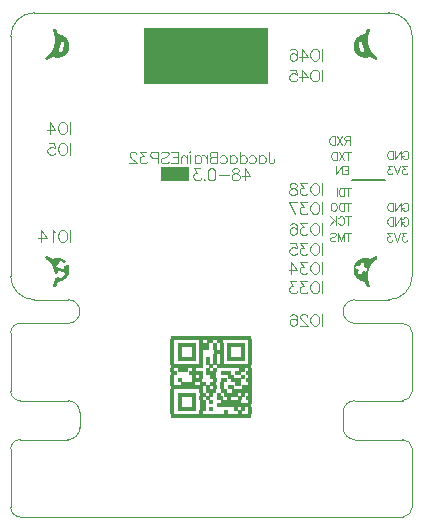
<source format=gbo>
G04*
G04 #@! TF.GenerationSoftware,Altium Limited,Altium Designer,21.6.1 (37)*
G04*
G04 Layer_Color=32896*
%FSAX25Y25*%
%MOIN*%
G70*
G04*
G04 #@! TF.SameCoordinates,2A6196F6-AC41-4C62-9EE7-3AB2130DBF51*
G04*
G04*
G04 #@! TF.FilePolarity,Positive*
G04*
G01*
G75*
%ADD12C,0.00394*%
%ADD15C,0.00787*%
%ADD100R,0.27165X0.01181*%
%ADD101R,0.01181X0.01181*%
%ADD102R,0.01181X0.01181*%
%ADD103R,0.01181X0.01181*%
%ADD104R,0.11811X0.01181*%
%ADD105R,0.03543X0.01181*%
%ADD106R,0.02362X0.01181*%
%ADD107R,0.05906X0.01181*%
%ADD108R,0.07087X0.01181*%
%ADD109R,0.02362X0.01181*%
%ADD110R,0.02362X0.01181*%
%ADD111R,0.04724X0.01181*%
%ADD112R,0.10630X0.01181*%
%ADD113R,0.07087X0.01181*%
%ADD114R,0.03543X0.01181*%
%ADD115R,0.04724X0.01181*%
%ADD116R,0.01181X0.01181*%
%ADD117R,0.03543X0.01181*%
%ADD118R,0.02362X0.01181*%
%ADD119R,0.05906X0.01181*%
%ADD120R,0.05906X0.01181*%
%ADD121R,0.10630X0.01181*%
%ADD122R,0.11811X0.01181*%
%ADD123R,0.41459X0.18504*%
%ADD124R,0.09547X0.04823*%
G36*
X-0054854Y0086953D02*
X-0054791Y0086959D01*
X-0054727Y0086958D01*
X-0054664Y0086949D01*
X-0054603Y0086934D01*
X-0054544Y0086912D01*
X-0054487Y0086884D01*
X-0054446Y0086857D01*
X-0054446Y0086857D01*
X-0054446Y0086857D01*
X-0054400Y0086825D01*
X-0054196Y0086675D01*
X-0053997Y0086520D01*
Y0086520D01*
X-0053997Y0086519D01*
X-0053994Y0086517D01*
X-0053994Y0086517D01*
X-0053941Y0086475D01*
X-0053843Y0086405D01*
X-0053740Y0086342D01*
X-0053634Y0086285D01*
X-0053525Y0086234D01*
X-0053412Y0086190D01*
X-0053298Y0086153D01*
X-0053181Y0086123D01*
X-0053063Y0086100D01*
X-0052943Y0086085D01*
X-0052823Y0086076D01*
X-0052703Y0086075D01*
X-0052582Y0086081D01*
X-0052463Y0086094D01*
X-0052344Y0086115D01*
X-0052243Y0086138D01*
X-0052243Y0086138D01*
X-0052110Y0086171D01*
X-0051943Y0086204D01*
X-0051774Y0086230D01*
X-0051604Y0086249D01*
X-0051434Y0086260D01*
X-0051263Y0086264D01*
X-0051093Y0086260D01*
X-0050923Y0086249D01*
X-0050753Y0086230D01*
X-0050584Y0086204D01*
X-0050417Y0086171D01*
X-0050251Y0086130D01*
X-0050087Y0086083D01*
X-0049926Y0086028D01*
X-0049766Y0085966D01*
X-0049610Y0085897D01*
X-0049457Y0085822D01*
X-0049308Y0085739D01*
X-0049162Y0085651D01*
X-0049020Y0085556D01*
X-0048882Y0085455D01*
X-0048749Y0085348D01*
X-0048621Y0085236D01*
X-0048497Y0085118D01*
X-0048379Y0084995D01*
X-0048372Y0084986D01*
X-0049634Y0084648D01*
X-0049831Y0085384D01*
X-0049831Y0085384D01*
X-0049843Y0085417D01*
X-0049859Y0085448D01*
X-0049881Y0085476D01*
X-0049906Y0085500D01*
X-0049935Y0085519D01*
X-0049966Y0085535D01*
X-0050000Y0085545D01*
X-0050034Y0085549D01*
X-0050069Y0085548D01*
X-0050104Y0085542D01*
X-0050137Y0085530D01*
X-0050167Y0085514D01*
X-0050195Y0085492D01*
X-0050219Y0085467D01*
X-0050221Y0085464D01*
X-0050221Y0085464D01*
X-0051639Y0083659D01*
X-0051639Y0083659D01*
X-0051657Y0083633D01*
X-0051672Y0083601D01*
X-0051682Y0083568D01*
X-0051687Y0083533D01*
X-0051686Y0083498D01*
X-0051679Y0083464D01*
X-0051668Y0083431D01*
X-0051651Y0083400D01*
X-0051630Y0083373D01*
X-0051604Y0083349D01*
X-0051576Y0083329D01*
X-0051548Y0083315D01*
X-0051547Y0083315D01*
X-0049416Y0082459D01*
X-0049415Y0082459D01*
X-0049413Y0082457D01*
X-0049379Y0082447D01*
X-0049344Y0082443D01*
X-0049309Y0082443D01*
X-0049275Y0082450D01*
X-0049242Y0082462D01*
X-0049211Y0082478D01*
X-0049184Y0082499D01*
X-0049160Y0082525D01*
X-0049140Y0082553D01*
X-0049125Y0082585D01*
X-0049115Y0082618D01*
X-0049110Y0082653D01*
X-0049111Y0082688D01*
X-0049118Y0082722D01*
X-0049118Y0082722D01*
X-0049315Y0083458D01*
X-0047671Y0083899D01*
X-0047649Y0083849D01*
X-0047587Y0083690D01*
X-0047533Y0083528D01*
X-0047485Y0083364D01*
X-0047444Y0083198D01*
X-0047411Y0083031D01*
X-0047385Y0082862D01*
X-0047366Y0082693D01*
X-0047355Y0082522D01*
X-0047352Y0082352D01*
X-0047355Y0082181D01*
X-0047366Y0082011D01*
X-0047385Y0081841D01*
X-0047411Y0081672D01*
X-0047444Y0081505D01*
X-0047485Y0081339D01*
X-0047533Y0081175D01*
X-0047587Y0081014D01*
X-0047649Y0080855D01*
X-0047718Y0080699D01*
X-0047793Y0080545D01*
X-0047876Y0080396D01*
X-0047964Y0080250D01*
X-0048059Y0080108D01*
X-0048160Y0079970D01*
X-0048267Y0079837D01*
X-0048379Y0079709D01*
X-0048497Y0079586D01*
X-0048621Y0079467D01*
X-0048749Y0079355D01*
X-0048882Y0079248D01*
X-0049020Y0079147D01*
X-0049162Y0079052D01*
X-0049308Y0078964D01*
X-0049457Y0078882D01*
X-0049610Y0078806D01*
X-0049766Y0078737D01*
X-0049926Y0078676D01*
X-0050087Y0078621D01*
X-0050222Y0078582D01*
X-0050222Y0078581D01*
X-0050222D01*
Y0078581D01*
X-0050323Y0078551D01*
X-0050436Y0078509D01*
X-0050546Y0078461D01*
X-0050653Y0078406D01*
X-0050757Y0078345D01*
X-0050857Y0078277D01*
X-0050953Y0078204D01*
X-0051044Y0078125D01*
X-0051130Y0078041D01*
X-0051210Y0077952D01*
X-0051286Y0077857D01*
X-0051355Y0077759D01*
X-0051419Y0077657D01*
X-0051476Y0077550D01*
X-0051526Y0077441D01*
X-0051550Y0077380D01*
X-0051550Y0077379D01*
X-0051552Y0077376D01*
X-0051552Y0077376D01*
X-0051643Y0077148D01*
X-0051745Y0076917D01*
X-0051769Y0076866D01*
X-0051768Y0076866D01*
X-0051769Y0076866D01*
X-0051791Y0076823D01*
X-0051826Y0076770D01*
X-0051866Y0076721D01*
X-0051911Y0076678D01*
X-0051961Y0076639D01*
X-0052015Y0076607D01*
X-0052073Y0076580D01*
X-0052133Y0076560D01*
X-0052194Y0076548D01*
X-0052257Y0076542D01*
X-0052320Y0076543D01*
X-0052383Y0076551D01*
X-0052444Y0076566D01*
X-0052503Y0076588D01*
X-0052560Y0076617D01*
X-0052612Y0076651D01*
X-0052661Y0076692D01*
X-0052705Y0076737D01*
X-0052743Y0076787D01*
X-0052776Y0076841D01*
X-0052802Y0076898D01*
X-0052822Y0076958D01*
X-0052834Y0077020D01*
X-0052840Y0077083D01*
X-0052839Y0077146D01*
X-0052831Y0077209D01*
X-0052816Y0077270D01*
X-0052794Y0077329D01*
X-0052788Y0077341D01*
X-0052788Y0077342D01*
X-0052788Y0077342D01*
X-0052756Y0077410D01*
X-0052666Y0077617D01*
X-0052583Y0077828D01*
X-0052506Y0078041D01*
X-0052437Y0078256D01*
X-0052375Y0078474D01*
X-0052320Y0078694D01*
X-0052272Y0078915D01*
X-0052232Y0079137D01*
X-0052199Y0079361D01*
X-0052173Y0079586D01*
X-0052168Y0079646D01*
X-0050776Y0080019D01*
X-0050579Y0079283D01*
X-0050579Y0079283D01*
X-0050567Y0079250D01*
X-0050550Y0079220D01*
X-0050529Y0079192D01*
X-0050504Y0079168D01*
X-0050475Y0079148D01*
X-0050444Y0079133D01*
X-0050410Y0079123D01*
X-0050375Y0079119D01*
X-0050340Y0079119D01*
X-0050306Y0079126D01*
X-0050273Y0079137D01*
X-0050243Y0079154D01*
X-0050215Y0079175D01*
X-0050191Y0079201D01*
X-0050189Y0079203D01*
X-0050189Y0079203D01*
X-0048771Y0081009D01*
X-0048770Y0081009D01*
X-0048753Y0081035D01*
X-0048738Y0081066D01*
X-0048728Y0081100D01*
X-0048723Y0081134D01*
X-0048724Y0081169D01*
X-0048730Y0081204D01*
X-0048742Y0081236D01*
X-0048759Y0081267D01*
X-0048780Y0081295D01*
X-0048805Y0081319D01*
X-0048834Y0081339D01*
X-0048862Y0081352D01*
X-0048862Y0081352D01*
X-0050994Y0082209D01*
X-0050994Y0082209D01*
X-0050997Y0082210D01*
X-0051031Y0082220D01*
X-0051065Y0082225D01*
X-0051100Y0082224D01*
X-0051135Y0082218D01*
X-0051168Y0082206D01*
X-0051198Y0082189D01*
X-0051226Y0082168D01*
X-0051250Y0082143D01*
X-0051270Y0082114D01*
X-0051285Y0082082D01*
X-0051295Y0082049D01*
X-0051299Y0082014D01*
X-0051298Y0081979D01*
X-0051292Y0081945D01*
X-0051292Y0081945D01*
X-0051095Y0081209D01*
X-0052171Y0080921D01*
X-0052173Y0080942D01*
X-0052199Y0081167D01*
X-0052232Y0081391D01*
X-0052272Y0081613D01*
X-0052320Y0081834D01*
X-0052375Y0082054D01*
X-0052437Y0082271D01*
X-0052506Y0082487D01*
X-0052583Y0082700D01*
X-0052666Y0082911D01*
X-0052756Y0083118D01*
X-0052853Y0083323D01*
X-0052956Y0083524D01*
X-0053066Y0083722D01*
X-0053182Y0083916D01*
X-0053305Y0084106D01*
X-0053434Y0084292D01*
X-0053569Y0084474D01*
X-0053709Y0084651D01*
X-0053856Y0084824D01*
X-0054008Y0084991D01*
X-0054165Y0085154D01*
X-0054328Y0085312D01*
X-0054495Y0085463D01*
X-0054668Y0085610D01*
X-0054845Y0085751D01*
X-0055027Y0085885D01*
X-0055092Y0085931D01*
X-0055093Y0085931D01*
X-0055093Y0085932D01*
X-0055105Y0085940D01*
X-0055154Y0085980D01*
X-0055198Y0086026D01*
X-0055236Y0086076D01*
X-0055269Y0086130D01*
X-0055295Y0086188D01*
X-0055315Y0086248D01*
X-0055328Y0086310D01*
X-0055334Y0086373D01*
X-0055333Y0086436D01*
X-0055325Y0086499D01*
X-0055309Y0086561D01*
X-0055287Y0086620D01*
X-0055259Y0086677D01*
X-0055224Y0086730D01*
X-0055184Y0086779D01*
X-0055138Y0086823D01*
X-0055088Y0086861D01*
X-0055033Y0086894D01*
X-0054976Y0086920D01*
X-0054916Y0086940D01*
X-0054854Y0086953D01*
D02*
G37*
G36*
X-0052804Y0162377D02*
X-0052778Y0162434D01*
X-0052745Y0162488D01*
X-0052707Y0162539D01*
X-0052663Y0162584D01*
X-0052614Y0162625D01*
X-0052561Y0162660D01*
X-0052504Y0162688D01*
X-0052445Y0162710D01*
X-0052384Y0162725D01*
X-0052321Y0162734D01*
X-0052257Y0162735D01*
X-0052194Y0162729D01*
X-0052132Y0162716D01*
X-0052072Y0162696D01*
X-0052014Y0162670D01*
X-0051960Y0162637D01*
X-0051910Y0162598D01*
X-0051864Y0162555D01*
X-0051824Y0162506D01*
X-0051789Y0162453D01*
X-0051767Y0162409D01*
X-0051767Y0162409D01*
X-0051767Y0162409D01*
X-0051743Y0162358D01*
X-0051641Y0162127D01*
X-0051547Y0161893D01*
X-0051547Y0161893D01*
X-0051547Y0161892D01*
X-0051546Y0161889D01*
X-0051546Y0161888D01*
X-0051521Y0161825D01*
X-0051470Y0161716D01*
X-0051413Y0161610D01*
X-0051350Y0161507D01*
X-0051280Y0161409D01*
X-0051205Y0161315D01*
X-0051124Y0161225D01*
X-0051038Y0161141D01*
X-0050947Y0161062D01*
X-0050852Y0160989D01*
X-0050752Y0160922D01*
X-0050648Y0160860D01*
X-0050541Y0160805D01*
X-0050431Y0160757D01*
X-0050318Y0160715D01*
X-0050219Y0160686D01*
X-0050219Y0160685D01*
X-0050087Y0160647D01*
X-0049926Y0160592D01*
X-0049766Y0160530D01*
X-0049610Y0160462D01*
X-0049457Y0160386D01*
X-0049308Y0160304D01*
X-0049162Y0160215D01*
X-0049020Y0160121D01*
X-0048882Y0160020D01*
X-0048749Y0159913D01*
X-0048621Y0159800D01*
X-0048497Y0159682D01*
X-0048379Y0159559D01*
X-0048267Y0159431D01*
X-0048160Y0159298D01*
X-0048059Y0159160D01*
X-0047964Y0159018D01*
X-0047876Y0158872D01*
X-0047793Y0158722D01*
X-0047718Y0158569D01*
X-0047649Y0158413D01*
X-0047587Y0158254D01*
X-0047533Y0158092D01*
X-0047485Y0157929D01*
X-0047444Y0157763D01*
X-0047411Y0157596D01*
X-0047385Y0157427D01*
X-0047366Y0157257D01*
X-0047355Y0157087D01*
X-0047352Y0156916D01*
X-0047355Y0156746D01*
X-0047366Y0156575D01*
X-0047385Y0156406D01*
X-0047411Y0156237D01*
X-0047444Y0156070D01*
X-0047485Y0155904D01*
X-0047533Y0155740D01*
X-0047587Y0155578D01*
X-0047649Y0155419D01*
X-0047718Y0155263D01*
X-0047793Y0155110D01*
X-0047876Y0154960D01*
X-0047964Y0154814D01*
X-0048059Y0154672D01*
X-0048160Y0154535D01*
X-0048267Y0154402D01*
X-0048379Y0154273D01*
X-0048497Y0154150D01*
X-0048621Y0154032D01*
X-0048749Y0153919D01*
X-0048882Y0153813D01*
X-0049020Y0153712D01*
X-0049162Y0153617D01*
X-0049308Y0153528D01*
X-0049457Y0153446D01*
X-0049610Y0153371D01*
X-0049766Y0153302D01*
X-0049926Y0153240D01*
X-0050087Y0153185D01*
X-0050251Y0153138D01*
X-0050417Y0153097D01*
X-0050584Y0153064D01*
X-0050753Y0153038D01*
X-0050923Y0153019D01*
X-0051093Y0153008D01*
X-0051263Y0153004D01*
X-0051434Y0153008D01*
X-0051604Y0153019D01*
X-0051774Y0153038D01*
X-0051943Y0153064D01*
X-0052110Y0153097D01*
X-0052247Y0153130D01*
X-0052247Y0153130D01*
X-0052349Y0153154D01*
X-0052468Y0153175D01*
X-0052588Y0153188D01*
X-0052708Y0153194D01*
X-0052828Y0153193D01*
X-0052949Y0153185D01*
X-0053068Y0153169D01*
X-0053186Y0153146D01*
X-0053303Y0153116D01*
X-0053418Y0153079D01*
X-0053530Y0153035D01*
X-0053639Y0152985D01*
X-0053745Y0152927D01*
X-0053848Y0152864D01*
X-0053946Y0152795D01*
X-0053998Y0152754D01*
X-0053998Y0152753D01*
X-0054001Y0152751D01*
X-0054001Y0152751D01*
X-0054194Y0152600D01*
X-0054397Y0152450D01*
X-0054444Y0152418D01*
X-0054444Y0152418D01*
Y0152418D01*
X-0054444Y0152418D01*
X-0054485Y0152392D01*
X-0054541Y0152363D01*
X-0054600Y0152341D01*
X-0054662Y0152326D01*
X-0054724Y0152318D01*
X-0054787Y0152317D01*
X-0054850Y0152322D01*
X-0054912Y0152335D01*
X-0054972Y0152355D01*
X-0055029Y0152381D01*
X-0055083Y0152414D01*
X-0055133Y0152452D01*
X-0055179Y0152496D01*
X-0055219Y0152545D01*
X-0055253Y0152597D01*
X-0055282Y0152654D01*
X-0055304Y0152713D01*
X-0055319Y0152774D01*
X-0055327Y0152837D01*
X-0055328Y0152900D01*
X-0055322Y0152963D01*
X-0055310Y0153024D01*
X-0055290Y0153084D01*
X-0055264Y0153142D01*
X-0055231Y0153196D01*
X-0055193Y0153246D01*
X-0055149Y0153291D01*
X-0055100Y0153331D01*
X-0055089Y0153339D01*
X-0055089Y0153340D01*
X-0055089Y0153340D01*
X-0055027Y0153383D01*
X-0054845Y0153517D01*
X-0054668Y0153658D01*
X-0054495Y0153804D01*
X-0054328Y0153956D01*
X-0054165Y0154114D01*
X-0054008Y0154276D01*
X-0053856Y0154444D01*
X-0053709Y0154617D01*
X-0053569Y0154794D01*
X-0053434Y0154976D01*
X-0053305Y0155162D01*
X-0053182Y0155352D01*
X-0053066Y0155546D01*
X-0052956Y0155744D01*
X-0052853Y0155945D01*
X-0052756Y0156150D01*
X-0052666Y0156357D01*
X-0052583Y0156568D01*
X-0052506Y0156781D01*
X-0052437Y0156996D01*
X-0052375Y0157214D01*
X-0052320Y0157434D01*
X-0052272Y0157655D01*
X-0052232Y0157877D01*
X-0052199Y0158101D01*
X-0052173Y0158326D01*
X-0052154Y0158552D01*
X-0052143Y0158778D01*
X-0052139Y0159004D01*
X-0052143Y0159230D01*
X-0052154Y0159456D01*
X-0052173Y0159682D01*
X-0052199Y0159907D01*
X-0052232Y0160131D01*
X-0052272Y0160353D01*
X-0052320Y0160574D01*
X-0052375Y0160794D01*
X-0052437Y0161012D01*
X-0052506Y0161227D01*
X-0052583Y0161440D01*
X-0052666Y0161651D01*
X-0052756Y0161858D01*
X-0052790Y0161930D01*
X-0052790Y0161931D01*
X-0052790Y0161931D01*
X-0052796Y0161944D01*
X-0052818Y0162004D01*
X-0052834Y0162065D01*
X-0052842Y0162128D01*
X-0052843Y0162191D01*
X-0052837Y0162254D01*
X-0052824Y0162316D01*
X-0052804Y0162377D01*
D02*
G37*
G36*
X0054972Y0086913D02*
X0055029Y0086887D01*
X0055083Y0086854D01*
X0055133Y0086816D01*
X0055179Y0086772D01*
X0055219Y0086723D01*
X0055253Y0086670D01*
X0055282Y0086614D01*
X0055304Y0086555D01*
X0055319Y0086494D01*
X0055327Y0086431D01*
X0055328Y0086368D01*
X0055322Y0086305D01*
X0055310Y0086243D01*
X0055290Y0086184D01*
X0055264Y0086126D01*
X0055231Y0086072D01*
X0055193Y0086022D01*
X0055149Y0085977D01*
X0055100Y0085936D01*
X0055089Y0085929D01*
X0055089Y0085928D01*
X0055089Y0085928D01*
X0055027Y0085885D01*
X0054845Y0085751D01*
X0054668Y0085610D01*
X0054495Y0085463D01*
X0054328Y0085312D01*
X0054165Y0085154D01*
X0054008Y0084991D01*
X0053856Y0084824D01*
X0053709Y0084651D01*
X0053569Y0084474D01*
X0053434Y0084292D01*
X0053305Y0084106D01*
X0053182Y0083916D01*
X0053066Y0083722D01*
X0052956Y0083524D01*
X0052853Y0083323D01*
X0052756Y0083118D01*
X0052666Y0082911D01*
X0052583Y0082700D01*
X0052506Y0082487D01*
X0052437Y0082271D01*
X0052375Y0082054D01*
X0052320Y0081834D01*
X0052272Y0081613D01*
X0052232Y0081391D01*
X0052199Y0081167D01*
X0052173Y0080942D01*
X0052154Y0080716D01*
X0052143Y0080490D01*
X0052139Y0080264D01*
X0052143Y0080038D01*
X0052154Y0079812D01*
X0052173Y0079586D01*
X0052199Y0079361D01*
X0052232Y0079137D01*
X0052272Y0078915D01*
X0052320Y0078694D01*
X0052375Y0078474D01*
X0052437Y0078256D01*
X0052506Y0078041D01*
X0052583Y0077828D01*
X0052666Y0077617D01*
X0052756Y0077410D01*
X0052790Y0077338D01*
X0052790Y0077337D01*
X0052790Y0077337D01*
X0052796Y0077324D01*
X0052818Y0077264D01*
X0052834Y0077203D01*
X0052842Y0077140D01*
X0052843Y0077077D01*
X0052837Y0077013D01*
X0052824Y0076951D01*
X0052804Y0076891D01*
X0052778Y0076834D01*
X0052745Y0076779D01*
X0052707Y0076729D01*
X0052663Y0076684D01*
X0052614Y0076643D01*
X0052561Y0076608D01*
X0052504Y0076580D01*
X0052445Y0076558D01*
X0052384Y0076543D01*
X0052321Y0076534D01*
X0052257Y0076533D01*
X0052194Y0076539D01*
X0052132Y0076552D01*
X0052072Y0076572D01*
X0052014Y0076598D01*
X0051960Y0076631D01*
X0051910Y0076670D01*
X0051864Y0076713D01*
X0051824Y0076762D01*
X0051789Y0076815D01*
X0051767Y0076859D01*
X0051767Y0076859D01*
X0051767Y0076859D01*
X0051743Y0076910D01*
X0051641Y0077141D01*
X0051547Y0077375D01*
Y0077375D01*
D01*
X0051547Y0077375D01*
X0051546Y0077379D01*
X0051546Y0077380D01*
X0051521Y0077443D01*
X0051470Y0077552D01*
X0051413Y0077658D01*
X0051350Y0077760D01*
X0051280Y0077859D01*
X0051205Y0077953D01*
X0051124Y0078042D01*
X0051038Y0078127D01*
X0050947Y0078206D01*
X0050852Y0078279D01*
X0050752Y0078346D01*
X0050648Y0078408D01*
X0050541Y0078463D01*
X0050431Y0078511D01*
X0050318Y0078553D01*
X0050219Y0078582D01*
X0050219Y0078583D01*
X0050087Y0078621D01*
X0049926Y0078676D01*
X0049766Y0078737D01*
X0049610Y0078806D01*
X0049457Y0078882D01*
X0049308Y0078964D01*
X0049162Y0079052D01*
X0049020Y0079147D01*
X0048882Y0079248D01*
X0048749Y0079355D01*
X0048621Y0079467D01*
X0048497Y0079586D01*
X0048379Y0079709D01*
X0048267Y0079837D01*
X0048160Y0079970D01*
X0048059Y0080108D01*
X0047964Y0080250D01*
X0047876Y0080396D01*
X0047793Y0080545D01*
X0047718Y0080699D01*
X0047649Y0080855D01*
X0047587Y0081014D01*
X0047533Y0081175D01*
X0047485Y0081339D01*
X0047444Y0081505D01*
X0047411Y0081672D01*
X0047385Y0081841D01*
X0047366Y0082011D01*
X0047355Y0082181D01*
X0047352Y0082352D01*
X0047355Y0082522D01*
X0047366Y0082693D01*
X0047385Y0082862D01*
X0047411Y0083031D01*
X0047444Y0083198D01*
X0047485Y0083364D01*
X0047533Y0083528D01*
X0047587Y0083690D01*
X0047649Y0083849D01*
X0047718Y0084005D01*
X0047793Y0084158D01*
X0047876Y0084308D01*
X0047964Y0084454D01*
X0048059Y0084596D01*
X0048160Y0084733D01*
X0048267Y0084866D01*
X0048379Y0084995D01*
X0048497Y0085118D01*
X0048621Y0085236D01*
X0048749Y0085348D01*
X0048882Y0085455D01*
X0049020Y0085556D01*
X0049162Y0085651D01*
X0049308Y0085739D01*
X0049457Y0085822D01*
X0049610Y0085897D01*
X0049766Y0085966D01*
X0049926Y0086028D01*
X0050087Y0086083D01*
X0050251Y0086130D01*
X0050417Y0086171D01*
X0050584Y0086204D01*
X0050753Y0086230D01*
X0050923Y0086249D01*
X0051093Y0086260D01*
X0051263Y0086264D01*
X0051434Y0086260D01*
X0051604Y0086249D01*
X0051774Y0086230D01*
X0051943Y0086204D01*
X0052110Y0086171D01*
X0052247Y0086137D01*
X0052247Y0086138D01*
X0052349Y0086114D01*
X0052468Y0086093D01*
X0052588Y0086080D01*
X0052708Y0086073D01*
X0052828Y0086075D01*
X0052949Y0086083D01*
X0053068Y0086099D01*
X0053186Y0086122D01*
X0053303Y0086152D01*
X0053418Y0086189D01*
X0053530Y0086233D01*
X0053639Y0086283D01*
X0053745Y0086340D01*
X0053848Y0086404D01*
X0053946Y0086473D01*
X0053998Y0086514D01*
X0053998Y0086514D01*
X0054001Y0086517D01*
X0054001Y0086517D01*
X0054194Y0086668D01*
X0054398Y0086818D01*
X0054444Y0086849D01*
X0054444Y0086849D01*
X0054485Y0086876D01*
X0054541Y0086905D01*
X0054600Y0086927D01*
X0054662Y0086942D01*
X0054724Y0086950D01*
X0054787Y0086951D01*
X0054850Y0086945D01*
X0054912Y0086932D01*
X0054972Y0086913D01*
D02*
G37*
G36*
X0055328Y0152958D02*
X0055334Y0152895D01*
X0055333Y0152831D01*
X0055325Y0152769D01*
X0055309Y0152707D01*
X0055287Y0152648D01*
X0055259Y0152591D01*
X0055224Y0152538D01*
X0055184Y0152489D01*
X0055138Y0152445D01*
X0055088Y0152407D01*
X0055033Y0152374D01*
X0054976Y0152348D01*
X0054916Y0152328D01*
X0054854Y0152315D01*
X0054791Y0152309D01*
X0054727Y0152310D01*
X0054664Y0152318D01*
X0054603Y0152334D01*
X0054544Y0152356D01*
X0054487Y0152384D01*
X0054446Y0152411D01*
X0054446Y0152411D01*
X0054446Y0152411D01*
X0054400Y0152443D01*
X0054196Y0152593D01*
X0053997Y0152748D01*
Y0152748D01*
X0053997Y0152749D01*
X0053994Y0152751D01*
X0053994Y0152751D01*
X0053941Y0152793D01*
X0053843Y0152863D01*
X0053740Y0152926D01*
X0053634Y0152983D01*
X0053525Y0153034D01*
X0053412Y0153078D01*
X0053298Y0153115D01*
X0053181Y0153145D01*
X0053063Y0153167D01*
X0052943Y0153183D01*
X0052823Y0153192D01*
X0052703Y0153193D01*
X0052582Y0153187D01*
X0052463Y0153174D01*
X0052344Y0153153D01*
X0052243Y0153129D01*
X0052243Y0153129D01*
X0052110Y0153097D01*
X0051943Y0153064D01*
X0051774Y0153038D01*
X0051604Y0153019D01*
X0051434Y0153008D01*
X0051263Y0153004D01*
X0051093Y0153008D01*
X0050923Y0153019D01*
X0050753Y0153038D01*
X0050584Y0153064D01*
X0050417Y0153097D01*
X0050251Y0153138D01*
X0050087Y0153185D01*
X0049926Y0153240D01*
X0049766Y0153302D01*
X0049610Y0153371D01*
X0049457Y0153446D01*
X0049308Y0153528D01*
X0049162Y0153617D01*
X0049020Y0153712D01*
X0048882Y0153813D01*
X0048749Y0153919D01*
X0048621Y0154032D01*
X0048497Y0154150D01*
X0048379Y0154273D01*
X0048267Y0154402D01*
X0048160Y0154535D01*
X0048059Y0154672D01*
X0047964Y0154814D01*
X0047876Y0154960D01*
X0047793Y0155110D01*
X0047718Y0155263D01*
X0047649Y0155419D01*
X0047587Y0155578D01*
X0047533Y0155740D01*
X0047485Y0155904D01*
X0047444Y0156070D01*
X0047411Y0156237D01*
X0047385Y0156406D01*
X0047366Y0156575D01*
X0047355Y0156746D01*
X0047352Y0156916D01*
X0047355Y0157087D01*
X0047366Y0157257D01*
X0047385Y0157427D01*
X0047411Y0157596D01*
X0047444Y0157763D01*
X0047485Y0157929D01*
X0047533Y0158092D01*
X0047587Y0158254D01*
X0047649Y0158413D01*
X0047718Y0158569D01*
X0047793Y0158722D01*
X0047876Y0158872D01*
X0047964Y0159018D01*
X0048059Y0159160D01*
X0048160Y0159298D01*
X0048267Y0159431D01*
X0048379Y0159559D01*
X0048497Y0159682D01*
X0048621Y0159800D01*
X0048749Y0159913D01*
X0048882Y0160020D01*
X0049020Y0160121D01*
X0049162Y0160215D01*
X0049308Y0160304D01*
X0049457Y0160386D01*
X0049610Y0160462D01*
X0049766Y0160530D01*
X0049926Y0160592D01*
X0050087Y0160647D01*
X0050222Y0160686D01*
X0050222Y0160687D01*
X0050323Y0160717D01*
X0050436Y0160758D01*
X0050546Y0160807D01*
X0050653Y0160862D01*
X0050757Y0160923D01*
X0050857Y0160990D01*
X0050953Y0161064D01*
X0051044Y0161143D01*
X0051130Y0161227D01*
X0051210Y0161316D01*
X0051286Y0161410D01*
X0051355Y0161509D01*
X0051419Y0161611D01*
X0051476Y0161717D01*
X0051526Y0161827D01*
X0051550Y0161888D01*
X0051550Y0161889D01*
X0051552Y0161892D01*
X0051552Y0161892D01*
X0051643Y0162119D01*
X0051745Y0162351D01*
X0051769Y0162401D01*
X0051768Y0162402D01*
Y0162402D01*
X0051769Y0162401D01*
X0051791Y0162445D01*
X0051826Y0162498D01*
X0051866Y0162547D01*
X0051911Y0162590D01*
X0051961Y0162629D01*
X0052015Y0162661D01*
X0052073Y0162688D01*
X0052133Y0162707D01*
X0052194Y0162720D01*
X0052257Y0162726D01*
X0052320Y0162725D01*
X0052383Y0162717D01*
X0052444Y0162702D01*
X0052503Y0162680D01*
X0052560Y0162651D01*
X0052612Y0162617D01*
X0052661Y0162576D01*
X0052705Y0162531D01*
X0052743Y0162481D01*
X0052776Y0162427D01*
X0052802Y0162370D01*
X0052822Y0162310D01*
X0052834Y0162248D01*
X0052840Y0162185D01*
X0052839Y0162122D01*
X0052831Y0162059D01*
X0052816Y0161998D01*
X0052794Y0161939D01*
X0052788Y0161926D01*
X0052788Y0161926D01*
X0052788Y0161926D01*
X0052756Y0161858D01*
X0052666Y0161651D01*
X0052583Y0161440D01*
X0052506Y0161227D01*
X0052437Y0161012D01*
X0052375Y0160794D01*
X0052320Y0160574D01*
X0052272Y0160353D01*
X0052232Y0160131D01*
X0052199Y0159907D01*
X0052173Y0159682D01*
X0052154Y0159456D01*
X0052143Y0159230D01*
X0052139Y0159004D01*
X0052143Y0158778D01*
X0052154Y0158552D01*
X0052173Y0158326D01*
X0052199Y0158101D01*
X0052232Y0157877D01*
X0052272Y0157655D01*
X0052320Y0157434D01*
X0052375Y0157214D01*
X0052437Y0156996D01*
X0052506Y0156781D01*
X0052583Y0156568D01*
X0052666Y0156357D01*
X0052756Y0156150D01*
X0052853Y0155945D01*
X0052956Y0155744D01*
X0053066Y0155546D01*
X0053182Y0155352D01*
X0053305Y0155162D01*
X0053434Y0154976D01*
X0053569Y0154794D01*
X0053709Y0154617D01*
X0053856Y0154444D01*
X0054008Y0154276D01*
X0054165Y0154114D01*
X0054328Y0153956D01*
X0054495Y0153804D01*
X0054668Y0153658D01*
X0054845Y0153517D01*
X0055027Y0153383D01*
X0055092Y0153337D01*
X0055093Y0153337D01*
X0055093Y0153336D01*
X0055105Y0153328D01*
X0055154Y0153288D01*
X0055198Y0153242D01*
X0055236Y0153192D01*
X0055269Y0153138D01*
X0055295Y0153080D01*
X0055315Y0153020D01*
X0055328Y0152958D01*
D02*
G37*
%LPC*%
G36*
X-0050220Y0157860D02*
X-0050220Y0157860D01*
X-0050831Y0155578D01*
X-0050832Y0155578D01*
X-0050846Y0155510D01*
X-0050852Y0155441D01*
X-0050851Y0155372D01*
X-0050842Y0155304D01*
X-0050825Y0155237D01*
X-0050801Y0155172D01*
X-0050770Y0155110D01*
X-0050732Y0155052D01*
X-0050688Y0154999D01*
X-0050638Y0154951D01*
X-0050583Y0154909D01*
X-0050524Y0154873D01*
X-0050461Y0154844D01*
X-0050396Y0154823D01*
X-0050328Y0154809D01*
X-0050259Y0154802D01*
X-0050190Y0154804D01*
X-0050121Y0154813D01*
X-0050054Y0154829D01*
X-0049989Y0154853D01*
X-0049928Y0154885D01*
X-0049870Y0154922D01*
X-0049817Y0154966D01*
X-0049769Y0155016D01*
X-0049727Y0155071D01*
X-0049691Y0155130D01*
X-0049662Y0155193D01*
X-0049641Y0155259D01*
X-0049641Y0155259D01*
X-0049029Y0157541D01*
X-0049029Y0157541D01*
X-0049015Y0157608D01*
X-0049009Y0157677D01*
X-0049010Y0157746D01*
X-0049019Y0157815D01*
X-0049036Y0157882D01*
X-0049060Y0157947D01*
X-0049091Y0158008D01*
X-0049128Y0158066D01*
X-0049173Y0158119D01*
X-0049222Y0158168D01*
X-0049277Y0158210D01*
X-0049336Y0158245D01*
X-0049399Y0158274D01*
X-0049465Y0158296D01*
X-0049533Y0158310D01*
X-0049602Y0158316D01*
X-0049671Y0158315D01*
X-0049739Y0158306D01*
X-0049806Y0158289D01*
X-0049871Y0158265D01*
X-0049933Y0158234D01*
X-0049991Y0158196D01*
X-0050044Y0158152D01*
X-0050092Y0158102D01*
X-0050134Y0158047D01*
X-0050170Y0157988D01*
X-0050199Y0157925D01*
X-0050220Y0157860D01*
D02*
G37*
G36*
X0050446Y0084635D02*
X0050379Y0084649D01*
X0050310Y0084656D01*
X0050241Y0084654D01*
X0050172Y0084645D01*
X0050105Y0084629D01*
X0050040Y0084605D01*
X0049979Y0084574D01*
X0049921Y0084536D01*
X0049868Y0084491D01*
X0049820Y0084442D01*
X0049777Y0084387D01*
X0049742Y0084328D01*
X0049713Y0084265D01*
X0049691Y0084199D01*
X0049692Y0084199D01*
X0049495Y0083463D01*
X0048759Y0083660D01*
X0048759Y0083661D01*
X0048691Y0083675D01*
X0048622Y0083681D01*
X0048553Y0083680D01*
X0048485Y0083671D01*
X0048417Y0083654D01*
X0048353Y0083630D01*
X0048291Y0083599D01*
X0048233Y0083561D01*
X0048180Y0083517D01*
X0048132Y0083467D01*
X0048090Y0083412D01*
X0048054Y0083353D01*
X0048025Y0083290D01*
X0048004Y0083225D01*
X0047990Y0083157D01*
X0047983Y0083088D01*
X0047984Y0083019D01*
X0047993Y0082951D01*
X0048010Y0082884D01*
X0048034Y0082819D01*
X0048065Y0082757D01*
X0048103Y0082699D01*
X0048147Y0082646D01*
X0048197Y0082598D01*
X0048252Y0082556D01*
X0048311Y0082520D01*
X0048374Y0082491D01*
X0048440Y0082470D01*
X0048440Y0082470D01*
X0049176Y0082273D01*
X0048979Y0081537D01*
X0048978Y0081537D01*
X0048964Y0081470D01*
X0048957Y0081401D01*
X0048959Y0081331D01*
X0048968Y0081263D01*
X0048985Y0081196D01*
X0049009Y0081131D01*
X0049040Y0081069D01*
X0049078Y0081011D01*
X0049122Y0080958D01*
X0049172Y0080910D01*
X0049226Y0080868D01*
X0049286Y0080832D01*
X0049348Y0080804D01*
X0049414Y0080782D01*
X0049482Y0080768D01*
X0049551Y0080761D01*
X0049620Y0080763D01*
X0049688Y0080772D01*
X0049755Y0080788D01*
X0049820Y0080813D01*
X0049882Y0080844D01*
X0049940Y0080882D01*
X0049993Y0080926D01*
X0050041Y0080975D01*
X0050083Y0081030D01*
X0050119Y0081090D01*
X0050147Y0081152D01*
X0050169Y0081218D01*
X0050169Y0081218D01*
X0050366Y0081954D01*
X0051102Y0081757D01*
X0051102Y0081756D01*
X0051169Y0081742D01*
X0051238Y0081736D01*
X0051307Y0081737D01*
X0051376Y0081746D01*
X0051443Y0081763D01*
X0051508Y0081787D01*
X0051569Y0081818D01*
X0051627Y0081856D01*
X0051681Y0081900D01*
X0051729Y0081950D01*
X0051771Y0082005D01*
X0051806Y0082064D01*
X0051835Y0082127D01*
X0051857Y0082192D01*
X0051871Y0082260D01*
X0051877Y0082329D01*
X0051876Y0082398D01*
X0051867Y0082467D01*
X0051850Y0082534D01*
X0051826Y0082599D01*
X0051795Y0082660D01*
X0051757Y0082718D01*
X0051713Y0082771D01*
X0051663Y0082819D01*
X0051609Y0082861D01*
X0051549Y0082897D01*
X0051486Y0082926D01*
X0051421Y0082947D01*
X0051421Y0082947D01*
X0050685Y0083144D01*
X0050882Y0083880D01*
X0050882Y0083880D01*
X0050897Y0083948D01*
X0050903Y0084017D01*
X0050902Y0084086D01*
X0050893Y0084154D01*
X0050876Y0084221D01*
X0050852Y0084286D01*
X0050821Y0084348D01*
X0050783Y0084406D01*
X0050739Y0084459D01*
X0050689Y0084507D01*
X0050634Y0084549D01*
X0050575Y0084585D01*
X0050512Y0084614D01*
X0050446Y0084635D01*
D02*
G37*
G36*
X0050832Y0155577D02*
X0050831Y0155577D01*
X0050220Y0157859D01*
X0050220Y0157859D01*
X0050199Y0157925D01*
X0050170Y0157988D01*
X0050134Y0158047D01*
X0050092Y0158102D01*
X0050044Y0158151D01*
X0049991Y0158195D01*
X0049933Y0158233D01*
X0049871Y0158265D01*
X0049806Y0158289D01*
X0049739Y0158305D01*
X0049671Y0158314D01*
X0049602Y0158316D01*
X0049533Y0158309D01*
X0049465Y0158295D01*
X0049400Y0158273D01*
X0049337Y0158245D01*
X0049277Y0158209D01*
X0049223Y0158167D01*
X0049173Y0158119D01*
X0049129Y0158066D01*
X0049091Y0158008D01*
X0049060Y0157946D01*
X0049036Y0157881D01*
X0049019Y0157814D01*
X0049010Y0157746D01*
X0049009Y0157676D01*
X0049015Y0157608D01*
X0049029Y0157540D01*
X0049030Y0157540D01*
X0049641Y0155258D01*
X0049641Y0155258D01*
X0049662Y0155192D01*
X0049691Y0155130D01*
X0049727Y0155070D01*
X0049769Y0155016D01*
X0049817Y0154966D01*
X0049870Y0154922D01*
X0049928Y0154884D01*
X0049990Y0154853D01*
X0050054Y0154829D01*
X0050121Y0154812D01*
X0050190Y0154803D01*
X0050259Y0154802D01*
X0050328Y0154808D01*
X0050396Y0154822D01*
X0050461Y0154844D01*
X0050524Y0154873D01*
X0050583Y0154908D01*
X0050638Y0154950D01*
X0050688Y0154998D01*
X0050732Y0155052D01*
X0050770Y0155110D01*
X0050801Y0155171D01*
X0050825Y0155236D01*
X0050842Y0155303D01*
X0050851Y0155372D01*
X0050852Y0155441D01*
X0050846Y0155510D01*
X0050832Y0155577D01*
D02*
G37*
%LPD*%
D12*
X0045507Y0094596D02*
Y0091840D01*
X0046425Y0094596D02*
X0044588D01*
X0044260D02*
Y0091840D01*
Y0094596D02*
X0043210Y0091840D01*
X0042161Y0094596D02*
X0043210Y0091840D01*
X0042161Y0094596D02*
Y0091840D01*
X0039537Y0094202D02*
X0039799Y0094465D01*
X0040193Y0094596D01*
X0040718D01*
X0041111Y0094465D01*
X0041374Y0094202D01*
Y0093940D01*
X0041242Y0093677D01*
X0041111Y0093546D01*
X0040849Y0093415D01*
X0040062Y0093153D01*
X0039799Y0093021D01*
X0039668Y0092890D01*
X0039537Y0092628D01*
Y0092234D01*
X0039799Y0091972D01*
X0040193Y0091840D01*
X0040718D01*
X0041111Y0091972D01*
X0041374Y0092234D01*
X0045507Y0121667D02*
Y0118912D01*
X0046425Y0121667D02*
X0044588D01*
X0044260D02*
X0042423Y0118912D01*
Y0121667D02*
X0044260Y0118912D01*
X0041807Y0121667D02*
Y0118912D01*
Y0121667D02*
X0040888D01*
X0040494Y0121536D01*
X0040232Y0121274D01*
X0040101Y0121011D01*
X0039970Y0120618D01*
Y0119962D01*
X0040101Y0119568D01*
X0040232Y0119306D01*
X0040494Y0119043D01*
X0040888Y0118912D01*
X0041807D01*
X0063682Y0121292D02*
X0063813Y0121555D01*
X0064075Y0121817D01*
X0064337Y0121948D01*
X0064862D01*
X0065125Y0121817D01*
X0065387Y0121555D01*
X0065518Y0121292D01*
X0065650Y0120899D01*
Y0120243D01*
X0065518Y0119849D01*
X0065387Y0119587D01*
X0065125Y0119324D01*
X0064862Y0119193D01*
X0064337D01*
X0064075Y0119324D01*
X0063813Y0119587D01*
X0063682Y0119849D01*
Y0120243D01*
X0064337D02*
X0063682D01*
X0063052Y0121948D02*
Y0119193D01*
Y0121948D02*
X0061215Y0119193D01*
Y0121948D02*
Y0119193D01*
X0060454Y0121948D02*
Y0119193D01*
Y0121948D02*
X0059535D01*
X0059142Y0121817D01*
X0058879Y0121555D01*
X0058748Y0121292D01*
X0058617Y0120899D01*
Y0120243D01*
X0058748Y0119849D01*
X0058879Y0119587D01*
X0059142Y0119324D01*
X0059535Y0119193D01*
X0060454D01*
X0063682Y0104068D02*
X0063813Y0104330D01*
X0064075Y0104593D01*
X0064337Y0104724D01*
X0064862D01*
X0065125Y0104593D01*
X0065387Y0104330D01*
X0065518Y0104068D01*
X0065650Y0103674D01*
Y0103018D01*
X0065518Y0102624D01*
X0065387Y0102362D01*
X0065125Y0102100D01*
X0064862Y0101969D01*
X0064337D01*
X0064075Y0102100D01*
X0063813Y0102362D01*
X0063682Y0102624D01*
Y0103018D01*
X0064337D02*
X0063682D01*
X0063052Y0104724D02*
Y0101969D01*
Y0104724D02*
X0061215Y0101969D01*
Y0104724D02*
Y0101969D01*
X0060454Y0104724D02*
Y0101969D01*
Y0104724D02*
X0059535D01*
X0059142Y0104593D01*
X0058879Y0104330D01*
X0058748Y0104068D01*
X0058617Y0103674D01*
Y0103018D01*
X0058748Y0102624D01*
X0058879Y0102362D01*
X0059142Y0102100D01*
X0059535Y0101969D01*
X0060454D01*
X0036804Y0104828D02*
Y0100891D01*
X0034855Y0104828D02*
X0035230Y0104640D01*
X0035605Y0104265D01*
X0035792Y0103891D01*
X0035980Y0103328D01*
Y0102391D01*
X0035792Y0101829D01*
X0035605Y0101454D01*
X0035230Y0101079D01*
X0034855Y0100891D01*
X0034105D01*
X0033730Y0101079D01*
X0033356Y0101454D01*
X0033168Y0101829D01*
X0032981Y0102391D01*
Y0103328D01*
X0033168Y0103891D01*
X0033356Y0104265D01*
X0033730Y0104640D01*
X0034105Y0104828D01*
X0034855D01*
X0031687D02*
X0029625D01*
X0030750Y0103328D01*
X0030188D01*
X0029813Y0103141D01*
X0029625Y0102953D01*
X0029438Y0102391D01*
Y0102016D01*
X0029625Y0101454D01*
X0030000Y0101079D01*
X0030563Y0100891D01*
X0031125D01*
X0031687Y0101079D01*
X0031875Y0101266D01*
X0032062Y0101641D01*
X0025933Y0104828D02*
X0027807Y0100891D01*
X0028557Y0104828D02*
X0025933D01*
X-0047298Y0124586D02*
Y0120650D01*
X-0049247Y0124586D02*
X-0048873Y0124399D01*
X-0048498Y0124024D01*
X-0048310Y0123649D01*
X-0048123Y0123087D01*
Y0122150D01*
X-0048310Y0121587D01*
X-0048498Y0121212D01*
X-0048873Y0120838D01*
X-0049247Y0120650D01*
X-0049997D01*
X-0050372Y0120838D01*
X-0050747Y0121212D01*
X-0050934Y0121587D01*
X-0051122Y0122150D01*
Y0123087D01*
X-0050934Y0123649D01*
X-0050747Y0124024D01*
X-0050372Y0124399D01*
X-0049997Y0124586D01*
X-0049247D01*
X-0054289D02*
X-0052415D01*
X-0052228Y0122899D01*
X-0052415Y0123087D01*
X-0052977Y0123274D01*
X-0053540D01*
X-0054102Y0123087D01*
X-0054477Y0122712D01*
X-0054664Y0122150D01*
Y0121775D01*
X-0054477Y0121212D01*
X-0054102Y0120838D01*
X-0053540Y0120650D01*
X-0052977D01*
X-0052415Y0120838D01*
X-0052228Y0121025D01*
X-0052040Y0121400D01*
X-0047299Y0095565D02*
Y0091629D01*
X-0049248Y0095565D02*
X-0048874Y0095377D01*
X-0048499Y0095003D01*
X-0048311Y0094628D01*
X-0048124Y0094065D01*
Y0093128D01*
X-0048311Y0092566D01*
X-0048499Y0092191D01*
X-0048874Y0091816D01*
X-0049248Y0091629D01*
X-0049998D01*
X-0050373Y0091816D01*
X-0050748Y0092191D01*
X-0050935Y0092566D01*
X-0051123Y0093128D01*
Y0094065D01*
X-0050935Y0094628D01*
X-0050748Y0095003D01*
X-0050373Y0095377D01*
X-0049998Y0095565D01*
X-0049248D01*
X-0052041Y0094815D02*
X-0052416Y0095003D01*
X-0052978Y0095565D01*
Y0091629D01*
X-0056802Y0095565D02*
X-0054928Y0092941D01*
X-0057739D01*
X-0056802Y0095565D02*
Y0091629D01*
X0064994Y0094488D02*
X0063550D01*
X0064337Y0093438D01*
X0063944D01*
X0063681Y0093307D01*
X0063550Y0093176D01*
X0063419Y0092782D01*
Y0092519D01*
X0063550Y0092126D01*
X0063813Y0091864D01*
X0064206Y0091732D01*
X0064600D01*
X0064994Y0091864D01*
X0065125Y0091995D01*
X0065256Y0092257D01*
X0062802Y0094488D02*
X0061753Y0091732D01*
X0060703Y0094488D02*
X0061753Y0091732D01*
X0060086Y0094488D02*
X0058643D01*
X0059430Y0093438D01*
X0059037D01*
X0058774Y0093307D01*
X0058643Y0093176D01*
X0058512Y0092782D01*
Y0092519D01*
X0058643Y0092126D01*
X0058906Y0091864D01*
X0059299Y0091732D01*
X0059693D01*
X0060086Y0091864D01*
X0060218Y0091995D01*
X0060349Y0092257D01*
X0036804Y0149084D02*
Y0145148D01*
X0034855Y0149084D02*
X0035230Y0148896D01*
X0035605Y0148521D01*
X0035792Y0148146D01*
X0035980Y0147584D01*
Y0146647D01*
X0035792Y0146085D01*
X0035605Y0145710D01*
X0035230Y0145335D01*
X0034855Y0145148D01*
X0034105D01*
X0033730Y0145335D01*
X0033356Y0145710D01*
X0033168Y0146085D01*
X0032981Y0146647D01*
Y0147584D01*
X0033168Y0148146D01*
X0033356Y0148521D01*
X0033730Y0148896D01*
X0034105Y0149084D01*
X0034855D01*
X0030188D02*
X0032062Y0146459D01*
X0029251D01*
X0030188Y0149084D02*
Y0145148D01*
X0026308Y0149084D02*
X0028182D01*
X0028370Y0147397D01*
X0028182Y0147584D01*
X0027620Y0147772D01*
X0027058D01*
X0026495Y0147584D01*
X0026120Y0147209D01*
X0025933Y0146647D01*
Y0146272D01*
X0026120Y0145710D01*
X0026495Y0145335D01*
X0027058Y0145148D01*
X0027620D01*
X0028182Y0145335D01*
X0028370Y0145522D01*
X0028557Y0145897D01*
X0036804Y0067555D02*
Y0063619D01*
X0034855Y0067555D02*
X0035230Y0067367D01*
X0035605Y0066992D01*
X0035792Y0066618D01*
X0035980Y0066055D01*
Y0065118D01*
X0035792Y0064556D01*
X0035605Y0064181D01*
X0035230Y0063806D01*
X0034855Y0063619D01*
X0034105D01*
X0033730Y0063806D01*
X0033356Y0064181D01*
X0033168Y0064556D01*
X0032981Y0065118D01*
Y0066055D01*
X0033168Y0066618D01*
X0033356Y0066992D01*
X0033730Y0067367D01*
X0034105Y0067555D01*
X0034855D01*
X0031875Y0066618D02*
Y0066805D01*
X0031687Y0067180D01*
X0031500Y0067367D01*
X0031125Y0067555D01*
X0030375D01*
X0030000Y0067367D01*
X0029813Y0067180D01*
X0029625Y0066805D01*
Y0066430D01*
X0029813Y0066055D01*
X0030188Y0065493D01*
X0032062Y0063619D01*
X0029438D01*
X0026308Y0066992D02*
X0026495Y0067367D01*
X0027058Y0067555D01*
X0027433D01*
X0027995Y0067367D01*
X0028370Y0066805D01*
X0028557Y0065868D01*
Y0064931D01*
X0028370Y0064181D01*
X0027995Y0063806D01*
X0027433Y0063619D01*
X0027245D01*
X0026683Y0063806D01*
X0026308Y0064181D01*
X0026120Y0064743D01*
Y0064931D01*
X0026308Y0065493D01*
X0026683Y0065868D01*
X0027245Y0066055D01*
X0027433D01*
X0027995Y0065868D01*
X0028370Y0065493D01*
X0028557Y0064931D01*
X0036804Y0155988D02*
Y0152052D01*
X0034855Y0155988D02*
X0035230Y0155800D01*
X0035605Y0155426D01*
X0035792Y0155051D01*
X0035980Y0154488D01*
Y0153551D01*
X0035792Y0152989D01*
X0035605Y0152614D01*
X0035230Y0152239D01*
X0034855Y0152052D01*
X0034105D01*
X0033730Y0152239D01*
X0033356Y0152614D01*
X0033168Y0152989D01*
X0032981Y0153551D01*
Y0154488D01*
X0033168Y0155051D01*
X0033356Y0155426D01*
X0033730Y0155800D01*
X0034105Y0155988D01*
X0034855D01*
X0030188D02*
X0032062Y0153364D01*
X0029251D01*
X0030188Y0155988D02*
Y0152052D01*
X0026308Y0155426D02*
X0026495Y0155800D01*
X0027058Y0155988D01*
X0027433D01*
X0027995Y0155800D01*
X0028370Y0155238D01*
X0028557Y0154301D01*
Y0153364D01*
X0028370Y0152614D01*
X0027995Y0152239D01*
X0027433Y0152052D01*
X0027245D01*
X0026683Y0152239D01*
X0026308Y0152614D01*
X0026120Y0153176D01*
Y0153364D01*
X0026308Y0153926D01*
X0026683Y0154301D01*
X0027245Y0154488D01*
X0027433D01*
X0027995Y0154301D01*
X0028370Y0153926D01*
X0028557Y0153364D01*
X0045507Y0104724D02*
Y0101969D01*
X0046425Y0104724D02*
X0044588D01*
X0044260D02*
Y0101969D01*
Y0104724D02*
X0043342D01*
X0042948Y0104593D01*
X0042686Y0104330D01*
X0042554Y0104068D01*
X0042423Y0103674D01*
Y0103018D01*
X0042554Y0102624D01*
X0042686Y0102362D01*
X0042948Y0102100D01*
X0043342Y0101969D01*
X0044260D01*
X0041019Y0104724D02*
X0041282Y0104593D01*
X0041544Y0104330D01*
X0041675Y0104068D01*
X0041807Y0103674D01*
Y0103018D01*
X0041675Y0102624D01*
X0041544Y0102362D01*
X0041282Y0102100D01*
X0041019Y0101969D01*
X0040494D01*
X0040232Y0102100D01*
X0039970Y0102362D01*
X0039838Y0102624D01*
X0039707Y0103018D01*
Y0103674D01*
X0039838Y0104068D01*
X0039970Y0104330D01*
X0040232Y0104593D01*
X0040494Y0104724D01*
X0041019D01*
X0036804Y0084876D02*
Y0080939D01*
X0034855Y0084876D02*
X0035230Y0084688D01*
X0035605Y0084313D01*
X0035792Y0083938D01*
X0035980Y0083376D01*
Y0082439D01*
X0035792Y0081876D01*
X0035605Y0081502D01*
X0035230Y0081127D01*
X0034855Y0080939D01*
X0034105D01*
X0033730Y0081127D01*
X0033356Y0081502D01*
X0033168Y0081876D01*
X0032981Y0082439D01*
Y0083376D01*
X0033168Y0083938D01*
X0033356Y0084313D01*
X0033730Y0084688D01*
X0034105Y0084876D01*
X0034855D01*
X0031687D02*
X0029625D01*
X0030750Y0083376D01*
X0030188D01*
X0029813Y0083188D01*
X0029625Y0083001D01*
X0029438Y0082439D01*
Y0082064D01*
X0029625Y0081502D01*
X0030000Y0081127D01*
X0030563Y0080939D01*
X0031125D01*
X0031687Y0081127D01*
X0031875Y0081314D01*
X0032062Y0081689D01*
X0026683Y0084876D02*
X0028557Y0082251D01*
X0025746D01*
X0026683Y0084876D02*
Y0080939D01*
X0043964Y0116914D02*
X0045669D01*
Y0114159D01*
X0043964D01*
X0045669Y0115602D02*
X0044620D01*
X0043504Y0116914D02*
Y0114159D01*
Y0116914D02*
X0041668Y0114159D01*
Y0116914D02*
Y0114159D01*
X0036804Y0111246D02*
Y0107309D01*
X0034855Y0111246D02*
X0035230Y0111058D01*
X0035605Y0110683D01*
X0035792Y0110309D01*
X0035980Y0109746D01*
Y0108809D01*
X0035792Y0108247D01*
X0035605Y0107872D01*
X0035230Y0107497D01*
X0034855Y0107309D01*
X0034105D01*
X0033730Y0107497D01*
X0033356Y0107872D01*
X0033168Y0108247D01*
X0032981Y0108809D01*
Y0109746D01*
X0033168Y0110309D01*
X0033356Y0110683D01*
X0033730Y0111058D01*
X0034105Y0111246D01*
X0034855D01*
X0031687D02*
X0029625D01*
X0030750Y0109746D01*
X0030188D01*
X0029813Y0109559D01*
X0029625Y0109371D01*
X0029438Y0108809D01*
Y0108434D01*
X0029625Y0107872D01*
X0030000Y0107497D01*
X0030563Y0107309D01*
X0031125D01*
X0031687Y0107497D01*
X0031875Y0107684D01*
X0032062Y0108059D01*
X0027620Y0111246D02*
X0028182Y0111058D01*
X0028370Y0110683D01*
Y0110309D01*
X0028182Y0109934D01*
X0027807Y0109746D01*
X0027058Y0109559D01*
X0026495Y0109371D01*
X0026120Y0108996D01*
X0025933Y0108622D01*
Y0108059D01*
X0026120Y0107684D01*
X0026308Y0107497D01*
X0026870Y0107309D01*
X0027620D01*
X0028182Y0107497D01*
X0028370Y0107684D01*
X0028557Y0108059D01*
Y0108622D01*
X0028370Y0108996D01*
X0027995Y0109371D01*
X0027433Y0109559D01*
X0026683Y0109746D01*
X0026308Y0109934D01*
X0026120Y0110309D01*
Y0110683D01*
X0026308Y0111058D01*
X0026870Y0111246D01*
X0027620D01*
X0036804Y0097923D02*
Y0093987D01*
X0034855Y0097923D02*
X0035230Y0097736D01*
X0035605Y0097361D01*
X0035792Y0096986D01*
X0035980Y0096424D01*
Y0095487D01*
X0035792Y0094924D01*
X0035605Y0094550D01*
X0035230Y0094175D01*
X0034855Y0093987D01*
X0034105D01*
X0033730Y0094175D01*
X0033356Y0094550D01*
X0033168Y0094924D01*
X0032981Y0095487D01*
Y0096424D01*
X0033168Y0096986D01*
X0033356Y0097361D01*
X0033730Y0097736D01*
X0034105Y0097923D01*
X0034855D01*
X0031687D02*
X0029625D01*
X0030750Y0096424D01*
X0030188D01*
X0029813Y0096236D01*
X0029625Y0096049D01*
X0029438Y0095487D01*
Y0095112D01*
X0029625Y0094550D01*
X0030000Y0094175D01*
X0030563Y0093987D01*
X0031125D01*
X0031687Y0094175D01*
X0031875Y0094362D01*
X0032062Y0094737D01*
X0026308Y0097361D02*
X0026495Y0097736D01*
X0027058Y0097923D01*
X0027433D01*
X0027995Y0097736D01*
X0028370Y0097174D01*
X0028557Y0096236D01*
Y0095299D01*
X0028370Y0094550D01*
X0027995Y0094175D01*
X0027433Y0093987D01*
X0027245D01*
X0026683Y0094175D01*
X0026308Y0094550D01*
X0026120Y0095112D01*
Y0095299D01*
X0026308Y0095862D01*
X0026683Y0096236D01*
X0027245Y0096424D01*
X0027433D01*
X0027995Y0096236D01*
X0028370Y0095862D01*
X0028557Y0095299D01*
X0045507Y0100091D02*
Y0097335D01*
X0046425Y0100091D02*
X0044588D01*
X0042292Y0099435D02*
X0042423Y0099697D01*
X0042686Y0099960D01*
X0042948Y0100091D01*
X0043473D01*
X0043735Y0099960D01*
X0043998Y0099697D01*
X0044129Y0099435D01*
X0044260Y0099041D01*
Y0098385D01*
X0044129Y0097992D01*
X0043998Y0097729D01*
X0043735Y0097467D01*
X0043473Y0097335D01*
X0042948D01*
X0042686Y0097467D01*
X0042423Y0097729D01*
X0042292Y0097992D01*
X0041518Y0100091D02*
Y0097335D01*
X0039681Y0100091D02*
X0041518Y0098254D01*
X0040862Y0098910D02*
X0039681Y0097335D01*
X-0047298Y0131607D02*
Y0127671D01*
X-0049247Y0131607D02*
X-0048873Y0131420D01*
X-0048498Y0131045D01*
X-0048310Y0130670D01*
X-0048123Y0130108D01*
Y0129171D01*
X-0048310Y0128608D01*
X-0048498Y0128233D01*
X-0048873Y0127858D01*
X-0049247Y0127671D01*
X-0049997D01*
X-0050372Y0127858D01*
X-0050747Y0128233D01*
X-0050934Y0128608D01*
X-0051122Y0129171D01*
Y0130108D01*
X-0050934Y0130670D01*
X-0050747Y0131045D01*
X-0050372Y0131420D01*
X-0049997Y0131607D01*
X-0049247D01*
X-0053914D02*
X-0052040Y0128983D01*
X-0054852D01*
X-0053914Y0131607D02*
Y0127671D01*
X0046089Y0126770D02*
Y0124015D01*
Y0126770D02*
X0044908D01*
X0044514Y0126639D01*
X0044383Y0126508D01*
X0044252Y0126245D01*
Y0125983D01*
X0044383Y0125720D01*
X0044514Y0125589D01*
X0044908Y0125458D01*
X0046089D01*
X0045170D02*
X0044252Y0124015D01*
X0043635Y0126770D02*
X0041798Y0124015D01*
Y0126770D02*
X0043635Y0124015D01*
X0041181Y0126770D02*
Y0124015D01*
Y0126770D02*
X0040263D01*
X0039869Y0126639D01*
X0039607Y0126376D01*
X0039476Y0126114D01*
X0039345Y0125720D01*
Y0125064D01*
X0039476Y0124671D01*
X0039607Y0124408D01*
X0039869Y0124146D01*
X0040263Y0124015D01*
X0041181D01*
X0019090Y0121751D02*
Y0118752D01*
X0019278Y0118190D01*
X0019465Y0118002D01*
X0019840Y0117815D01*
X0020215D01*
X0020590Y0118002D01*
X0020777Y0118190D01*
X0020965Y0118752D01*
Y0119127D01*
X0015829Y0120439D02*
Y0117815D01*
Y0119877D02*
X0016204Y0120252D01*
X0016579Y0120439D01*
X0017141D01*
X0017516Y0120252D01*
X0017891Y0119877D01*
X0018078Y0119315D01*
Y0118940D01*
X0017891Y0118377D01*
X0017516Y0118002D01*
X0017141Y0117815D01*
X0016579D01*
X0016204Y0118002D01*
X0015829Y0118377D01*
X0012530Y0119877D02*
X0012905Y0120252D01*
X0013280Y0120439D01*
X0013842D01*
X0014217Y0120252D01*
X0014592Y0119877D01*
X0014779Y0119315D01*
Y0118940D01*
X0014592Y0118377D01*
X0014217Y0118002D01*
X0013842Y0117815D01*
X0013280D01*
X0012905Y0118002D01*
X0012530Y0118377D01*
X0009437Y0121751D02*
Y0117815D01*
Y0119877D02*
X0009812Y0120252D01*
X0010187Y0120439D01*
X0010749D01*
X0011124Y0120252D01*
X0011499Y0119877D01*
X0011687Y0119315D01*
Y0118940D01*
X0011499Y0118377D01*
X0011124Y0118002D01*
X0010749Y0117815D01*
X0010187D01*
X0009812Y0118002D01*
X0009437Y0118377D01*
X0006138Y0120439D02*
Y0117815D01*
Y0119877D02*
X0006513Y0120252D01*
X0006888Y0120439D01*
X0007450D01*
X0007825Y0120252D01*
X0008200Y0119877D01*
X0008388Y0119315D01*
Y0118940D01*
X0008200Y0118377D01*
X0007825Y0118002D01*
X0007450Y0117815D01*
X0006888D01*
X0006513Y0118002D01*
X0006138Y0118377D01*
X0002840Y0119877D02*
X0003214Y0120252D01*
X0003589Y0120439D01*
X0004152D01*
X0004526Y0120252D01*
X0004901Y0119877D01*
X0005089Y0119315D01*
Y0118940D01*
X0004901Y0118377D01*
X0004526Y0118002D01*
X0004152Y0117815D01*
X0003589D01*
X0003214Y0118002D01*
X0002840Y0118377D01*
X0001996Y0121751D02*
Y0117815D01*
Y0121751D02*
X0000309D01*
X-0000253Y0121564D01*
X-0000441Y0121376D01*
X-0000628Y0121001D01*
Y0120626D01*
X-0000441Y0120252D01*
X-0000253Y0120064D01*
X0000309Y0119877D01*
X0001996D02*
X0000309D01*
X-0000253Y0119689D01*
X-0000441Y0119502D01*
X-0000628Y0119127D01*
Y0118565D01*
X-0000441Y0118190D01*
X-0000253Y0118002D01*
X0000309Y0117815D01*
X0001996D01*
X-0001509Y0120439D02*
Y0117815D01*
Y0119315D02*
X-0001696Y0119877D01*
X-0002071Y0120252D01*
X-0002446Y0120439D01*
X-0003008D01*
X-0005614D02*
Y0117815D01*
Y0119877D02*
X-0005239Y0120252D01*
X-0004864Y0120439D01*
X-0004302D01*
X-0003927Y0120252D01*
X-0003552Y0119877D01*
X-0003365Y0119315D01*
Y0118940D01*
X-0003552Y0118377D01*
X-0003927Y0118002D01*
X-0004302Y0117815D01*
X-0004864D01*
X-0005239Y0118002D01*
X-0005614Y0118377D01*
X-0007038Y0121751D02*
X-0007226Y0121564D01*
X-0007413Y0121751D01*
X-0007226Y0121939D01*
X-0007038Y0121751D01*
X-0007226Y0120439D02*
Y0117815D01*
X-0008107Y0120439D02*
Y0117815D01*
Y0119689D02*
X-0008669Y0120252D01*
X-0009044Y0120439D01*
X-0009606D01*
X-0009981Y0120252D01*
X-0010169Y0119689D01*
Y0117815D01*
X-0013636Y0121751D02*
X-0011199D01*
Y0117815D01*
X-0013636D01*
X-0011199Y0119877D02*
X-0012699D01*
X-0016916Y0121189D02*
X-0016542Y0121564D01*
X-0015979Y0121751D01*
X-0015229D01*
X-0014667Y0121564D01*
X-0014292Y0121189D01*
Y0120814D01*
X-0014480Y0120439D01*
X-0014667Y0120252D01*
X-0015042Y0120064D01*
X-0016167Y0119689D01*
X-0016542Y0119502D01*
X-0016729Y0119315D01*
X-0016916Y0118940D01*
Y0118377D01*
X-0016542Y0118002D01*
X-0015979Y0117815D01*
X-0015229D01*
X-0014667Y0118002D01*
X-0014292Y0118377D01*
X-0017797Y0119689D02*
X-0019484D01*
X-0020046Y0119877D01*
X-0020234Y0120064D01*
X-0020421Y0120439D01*
Y0121001D01*
X-0020234Y0121376D01*
X-0020046Y0121564D01*
X-0019484Y0121751D01*
X-0017797D01*
Y0117815D01*
X-0021677Y0121751D02*
X-0023739D01*
X-0022614Y0120252D01*
X-0023177D01*
X-0023552Y0120064D01*
X-0023739Y0119877D01*
X-0023926Y0119315D01*
Y0118940D01*
X-0023739Y0118377D01*
X-0023364Y0118002D01*
X-0022802Y0117815D01*
X-0022240D01*
X-0021677Y0118002D01*
X-0021490Y0118190D01*
X-0021302Y0118565D01*
X-0024995Y0120814D02*
Y0121001D01*
X-0025182Y0121376D01*
X-0025370Y0121564D01*
X-0025745Y0121751D01*
X-0026494D01*
X-0026869Y0121564D01*
X-0027057Y0121376D01*
X-0027244Y0121001D01*
Y0120626D01*
X-0027057Y0120252D01*
X-0026682Y0119689D01*
X-0024807Y0117815D01*
X-0027431D01*
X0063682Y0099146D02*
X0063813Y0099409D01*
X0064075Y0099671D01*
X0064337Y0099803D01*
X0064862D01*
X0065125Y0099671D01*
X0065387Y0099409D01*
X0065518Y0099146D01*
X0065650Y0098753D01*
Y0098097D01*
X0065518Y0097703D01*
X0065387Y0097441D01*
X0065125Y0097178D01*
X0064862Y0097047D01*
X0064337D01*
X0064075Y0097178D01*
X0063813Y0097441D01*
X0063682Y0097703D01*
Y0098097D01*
X0064337D02*
X0063682D01*
X0063052Y0099803D02*
Y0097047D01*
Y0099803D02*
X0061215Y0097047D01*
Y0099803D02*
Y0097047D01*
X0060454Y0099803D02*
Y0097047D01*
Y0099803D02*
X0059535D01*
X0059142Y0099671D01*
X0058879Y0099409D01*
X0058748Y0099146D01*
X0058617Y0098753D01*
Y0098097D01*
X0058748Y0097703D01*
X0058879Y0097441D01*
X0059142Y0097178D01*
X0059535Y0097047D01*
X0060454D01*
X0036804Y0078438D02*
Y0074501D01*
X0034855Y0078438D02*
X0035230Y0078250D01*
X0035605Y0077875D01*
X0035792Y0077500D01*
X0035980Y0076938D01*
Y0076001D01*
X0035792Y0075438D01*
X0035605Y0075064D01*
X0035230Y0074689D01*
X0034855Y0074501D01*
X0034105D01*
X0033730Y0074689D01*
X0033356Y0075064D01*
X0033168Y0075438D01*
X0032981Y0076001D01*
Y0076938D01*
X0033168Y0077500D01*
X0033356Y0077875D01*
X0033730Y0078250D01*
X0034105Y0078438D01*
X0034855D01*
X0031687D02*
X0029625D01*
X0030750Y0076938D01*
X0030188D01*
X0029813Y0076751D01*
X0029625Y0076563D01*
X0029438Y0076001D01*
Y0075626D01*
X0029625Y0075064D01*
X0030000Y0074689D01*
X0030563Y0074501D01*
X0031125D01*
X0031687Y0074689D01*
X0031875Y0074876D01*
X0032062Y0075251D01*
X0028182Y0078438D02*
X0026120D01*
X0027245Y0076938D01*
X0026683D01*
X0026308Y0076751D01*
X0026120Y0076563D01*
X0025933Y0076001D01*
Y0075626D01*
X0026120Y0075064D01*
X0026495Y0074689D01*
X0027058Y0074501D01*
X0027620D01*
X0028182Y0074689D01*
X0028370Y0074876D01*
X0028557Y0075251D01*
X0036804Y0091192D02*
Y0087256D01*
X0034855Y0091192D02*
X0035230Y0091004D01*
X0035605Y0090629D01*
X0035792Y0090254D01*
X0035980Y0089692D01*
Y0088755D01*
X0035792Y0088193D01*
X0035605Y0087818D01*
X0035230Y0087443D01*
X0034855Y0087256D01*
X0034105D01*
X0033730Y0087443D01*
X0033356Y0087818D01*
X0033168Y0088193D01*
X0032981Y0088755D01*
Y0089692D01*
X0033168Y0090254D01*
X0033356Y0090629D01*
X0033730Y0091004D01*
X0034105Y0091192D01*
X0034855D01*
X0031687D02*
X0029625D01*
X0030750Y0089692D01*
X0030188D01*
X0029813Y0089505D01*
X0029625Y0089317D01*
X0029438Y0088755D01*
Y0088380D01*
X0029625Y0087818D01*
X0030000Y0087443D01*
X0030563Y0087256D01*
X0031125D01*
X0031687Y0087443D01*
X0031875Y0087630D01*
X0032062Y0088005D01*
X0026308Y0091192D02*
X0028182D01*
X0028370Y0089505D01*
X0028182Y0089692D01*
X0027620Y0089880D01*
X0027058D01*
X0026495Y0089692D01*
X0026120Y0089317D01*
X0025933Y0088755D01*
Y0088380D01*
X0026120Y0087818D01*
X0026495Y0087443D01*
X0027058Y0087256D01*
X0027620D01*
X0028182Y0087443D01*
X0028370Y0087630D01*
X0028557Y0088005D01*
X0065092Y0117027D02*
X0063649D01*
X0064436Y0115977D01*
X0064042D01*
X0063780Y0115846D01*
X0063649Y0115715D01*
X0063517Y0115321D01*
Y0115059D01*
X0063649Y0114665D01*
X0063911Y0114403D01*
X0064305Y0114272D01*
X0064698D01*
X0065092Y0114403D01*
X0065223Y0114534D01*
X0065354Y0114796D01*
X0062901Y0117027D02*
X0061851Y0114272D01*
X0060802Y0117027D02*
X0061851Y0114272D01*
X0060185Y0117027D02*
X0058742D01*
X0059529Y0115977D01*
X0059135D01*
X0058873Y0115846D01*
X0058742Y0115715D01*
X0058610Y0115321D01*
Y0115059D01*
X0058742Y0114665D01*
X0059004Y0114403D01*
X0059398Y0114272D01*
X0059791D01*
X0060185Y0114403D01*
X0060316Y0114534D01*
X0060447Y0114796D01*
X0045507Y0109638D02*
Y0106883D01*
X0046425Y0109638D02*
X0044588D01*
X0044260D02*
Y0106883D01*
Y0109638D02*
X0043342D01*
X0042948Y0109507D01*
X0042686Y0109245D01*
X0042554Y0108982D01*
X0042423Y0108589D01*
Y0107933D01*
X0042554Y0107539D01*
X0042686Y0107277D01*
X0042948Y0107014D01*
X0043342Y0106883D01*
X0044260D01*
X0041807Y0109638D02*
Y0106883D01*
X0011019Y0116141D02*
X0012894Y0113517D01*
X0010082D01*
X0011019Y0116141D02*
Y0112205D01*
X0008451Y0116141D02*
X0009014Y0115953D01*
X0009201Y0115579D01*
Y0115204D01*
X0009014Y0114829D01*
X0008639Y0114641D01*
X0007889Y0114454D01*
X0007327Y0114267D01*
X0006952Y0113892D01*
X0006764Y0113517D01*
Y0112954D01*
X0006952Y0112580D01*
X0007139Y0112392D01*
X0007702Y0112205D01*
X0008451D01*
X0009014Y0112392D01*
X0009201Y0112580D01*
X0009389Y0112954D01*
Y0113517D01*
X0009201Y0113892D01*
X0008826Y0114267D01*
X0008264Y0114454D01*
X0007514Y0114641D01*
X0007139Y0114829D01*
X0006952Y0115204D01*
Y0115579D01*
X0007139Y0115953D01*
X0007702Y0116141D01*
X0008451D01*
X0005884Y0113892D02*
X0002510D01*
X0000223Y0116141D02*
X0000785Y0115953D01*
X0001160Y0115391D01*
X0001348Y0114454D01*
Y0113892D01*
X0001160Y0112954D01*
X0000785Y0112392D01*
X0000223Y0112205D01*
X-0000152D01*
X-0000714Y0112392D01*
X-0001089Y0112954D01*
X-0001276Y0113892D01*
Y0114454D01*
X-0001089Y0115391D01*
X-0000714Y0115953D01*
X-0000152Y0116141D01*
X0000223D01*
X-0002345Y0112580D02*
X-0002157Y0112392D01*
X-0002345Y0112205D01*
X-0002532Y0112392D01*
X-0002345Y0112580D01*
X-0003769Y0116141D02*
X-0005831D01*
X-0004707Y0114641D01*
X-0005269D01*
X-0005644Y0114454D01*
X-0005831Y0114267D01*
X-0006019Y0113704D01*
Y0113329D01*
X-0005831Y0112767D01*
X-0005456Y0112392D01*
X-0004894Y0112205D01*
X-0004332D01*
X-0003769Y0112392D01*
X-0003582Y0112580D01*
X-0003395Y0112954D01*
X-0066927Y0003150D02*
G03*
X-0063774Y0000000I0003145J-0000004D01*
G01*
Y0025748D02*
G03*
X-0066927Y0022598I-0000008J-0003145D01*
G01*
X-0047829Y0025748D02*
G03*
X-0043892Y0029689I-0000001J0003938D01*
G01*
Y0034803D02*
G03*
X-0047829Y0038740I-0003938J-0000001D01*
G01*
X-0066927Y0041890D02*
G03*
X-0063774Y0038740I0003145J-0000004D01*
G01*
Y0064488D02*
G03*
X-0066927Y0061339I-0000008J-0003145D01*
G01*
X-0047829Y0064488D02*
G03*
X-0047829Y0072366I-0000006J0003939D01*
G01*
X-0066919Y0080240D02*
G03*
X-0059045Y0072366I0007870J-0000004D01*
G01*
X-0059049Y0168038D02*
G03*
X-0066923Y0160164I0000003J-0007877D01*
G01*
X0059053Y0072366D02*
G03*
X0066927Y0080240I-0000010J0007884D01*
G01*
X0047837Y0072366D02*
G03*
X0047829Y0064488I-0000006J-0003939D01*
G01*
X0066927Y0061339D02*
G03*
X0063774Y0064488I-0003152J-0000002D01*
G01*
Y0038740D02*
G03*
X0066927Y0041890I0000001J0003152D01*
G01*
X0047829Y0038740D02*
G03*
X0043892Y0034803I0000001J-0003938D01*
G01*
Y0029689D02*
G03*
X0047829Y0025748I0003938J-0000002D01*
G01*
X0066927Y0022598D02*
G03*
X0063774Y0025748I-0003152J-0000002D01*
G01*
Y0000000D02*
G03*
X0066927Y0003150I0000001J0003152D01*
G01*
Y0160164D02*
G03*
X0059053Y0168038I-0007877J-0000003D01*
G01*
X-0063774Y0000000D02*
X0063774D01*
X-0066927Y0003150D02*
Y0022598D01*
X-0063774Y0025748D02*
X-0047829D01*
X-0043892Y0029689D02*
Y0034803D01*
X-0063774Y0038740D02*
X-0047829D01*
X-0066927Y0041890D02*
Y0061339D01*
X-0063774Y0064488D02*
X-0047829D01*
X-0059045Y0072366D02*
X-0047829D01*
X-0066920Y0086817D02*
X-0066919Y0080240D01*
X-0066920Y0086817D02*
X-0066920D01*
X-0066923Y0160161D02*
X-0066920Y0086817D01*
X-0059049Y0168035D02*
X0059053D01*
X0047837Y0072366D02*
X0059053D01*
X0047829Y0064488D02*
X0063774D01*
X0066927Y0041890D02*
Y0061339D01*
X0047829Y0038740D02*
X0063774D01*
X0043892Y0029689D02*
Y0034803D01*
X0047829Y0025748D02*
X0063774D01*
X0066927Y0003150D02*
Y0022598D01*
Y0080240D02*
Y0160161D01*
D15*
X0047010Y0112205D02*
X0057810D01*
D100*
X-0000000Y0033661D02*
D03*
Y0059646D02*
D03*
D101*
X0004724Y0034843D02*
D03*
X0012992D02*
D03*
X0001181Y0053740D02*
D03*
X-0012992Y0034843D02*
D03*
X0000000Y0038386D02*
D03*
X0012992D02*
D03*
X-0003543Y0034843D02*
D03*
X0005906Y0039567D02*
D03*
X-0012992Y0041929D02*
D03*
X-0003543D02*
D03*
X0001181Y0043110D02*
D03*
X-0012992Y0044291D02*
D03*
X0012992D02*
D03*
X-0012992Y0046654D02*
D03*
X-0003543D02*
D03*
X-0012992Y0051378D02*
D03*
X-0003543D02*
D03*
X0001181D02*
D03*
X-0012992Y0057284D02*
D03*
X0001181D02*
D03*
X-0012992Y0058465D02*
D03*
X0012992Y0057284D02*
D03*
X-0003543Y0058465D02*
D03*
X0012992D02*
D03*
X-0012992Y0037205D02*
D03*
Y0038386D02*
D03*
X0010630Y0046654D02*
D03*
X0012992D02*
D03*
X-0012992Y0049016D02*
D03*
X0001181D02*
D03*
X0012992D02*
D03*
X-0012992Y0039567D02*
D03*
X-0003543D02*
D03*
X-0012992Y0052559D02*
D03*
X0012992Y0051378D02*
D03*
X-0003543Y0052559D02*
D03*
X0001181D02*
D03*
X0012992D02*
D03*
X-0012992Y0053740D02*
D03*
X-0003543D02*
D03*
X0012992D02*
D03*
X0005906D02*
D03*
X0010630D02*
D03*
X-0012992Y0054921D02*
D03*
X-0003543D02*
D03*
X0005906D02*
D03*
X0010630D02*
D03*
X0012992D02*
D03*
D102*
X0009449Y0034843D02*
D03*
X-0010630Y0037205D02*
D03*
X-0005906D02*
D03*
X0009449Y0039567D02*
D03*
X-0001181Y0043110D02*
D03*
X0003543D02*
D03*
Y0044291D02*
D03*
X-0005906Y0046654D02*
D03*
X-0001181Y0051378D02*
D03*
X0003543Y0057284D02*
D03*
X-0010630Y0038386D02*
D03*
X-0005906D02*
D03*
Y0049016D02*
D03*
X-0001181D02*
D03*
X-0010630Y0039567D02*
D03*
X-0005906D02*
D03*
X0003543Y0051378D02*
D03*
X-0001181Y0052559D02*
D03*
X0003543D02*
D03*
X-0010630Y0053740D02*
D03*
X-0005906D02*
D03*
X0003543D02*
D03*
X-0010630Y0054921D02*
D03*
X-0005906D02*
D03*
X-0001181Y0039567D02*
D03*
D103*
X0000000Y0036024D02*
D03*
X0001181Y0056102D02*
D03*
X0008268Y0036024D02*
D03*
X0010630D02*
D03*
X0012992D02*
D03*
X-0012992D02*
D03*
Y0040748D02*
D03*
X0000000D02*
D03*
X0002362D02*
D03*
X0010630D02*
D03*
X0012992D02*
D03*
X-0012992Y0045472D02*
D03*
X0001181D02*
D03*
X0000000Y0050197D02*
D03*
X-0012992Y0056102D02*
D03*
X0012992D02*
D03*
X0005906D02*
D03*
X0010630D02*
D03*
D104*
X0007677Y0037205D02*
D03*
D105*
X0002362Y0054921D02*
D03*
X-0000000Y0041929D02*
D03*
X-0002362Y0057284D02*
D03*
X-0000000Y0047835D02*
D03*
X0004724D02*
D03*
X-0009449Y0049016D02*
D03*
D106*
X-0002953Y0037205D02*
D03*
X0012402Y0039567D02*
D03*
X0006496Y0043110D02*
D03*
X-0002953Y0044291D02*
D03*
X0000591D02*
D03*
Y0046654D02*
D03*
X-0012402Y0047835D02*
D03*
X0006496Y0046654D02*
D03*
X0012402Y0047835D02*
D03*
X-0002953Y0038386D02*
D03*
D107*
X-0008268Y0036024D02*
D03*
Y0040748D02*
D03*
D108*
X0006496Y0038386D02*
D03*
D109*
X0002953Y0039567D02*
D03*
X0004134Y0041929D02*
D03*
X0008858Y0044291D02*
D03*
X-0000591Y0058465D02*
D03*
X0002953D02*
D03*
X0008858Y0047835D02*
D03*
X0010039Y0049016D02*
D03*
D110*
X-0002953Y0040748D02*
D03*
X0012402Y0045472D02*
D03*
X-0002953Y0036024D02*
D03*
D111*
X0006496Y0040748D02*
D03*
D112*
X-0008268Y0043110D02*
D03*
D113*
X0010039Y0041929D02*
D03*
D114*
X0011811Y0043110D02*
D03*
D115*
X-0007677Y0044291D02*
D03*
X-0005315Y0047835D02*
D03*
D116*
X-0010630Y0045472D02*
D03*
Y0056102D02*
D03*
X-0005906D02*
D03*
X0003543D02*
D03*
D117*
X-0004724Y0045472D02*
D03*
X0008268D02*
D03*
X-0002362Y0056102D02*
D03*
D118*
X0004134Y0045472D02*
D03*
D119*
X-0008268Y0057284D02*
D03*
Y0052559D02*
D03*
D120*
X0008268Y0057284D02*
D03*
Y0052559D02*
D03*
D121*
X-0008268Y0050197D02*
D03*
D122*
X0007677D02*
D03*
D123*
X-0001810Y0153740D02*
D03*
D124*
X-0012156Y0114419D02*
D03*
M02*

</source>
